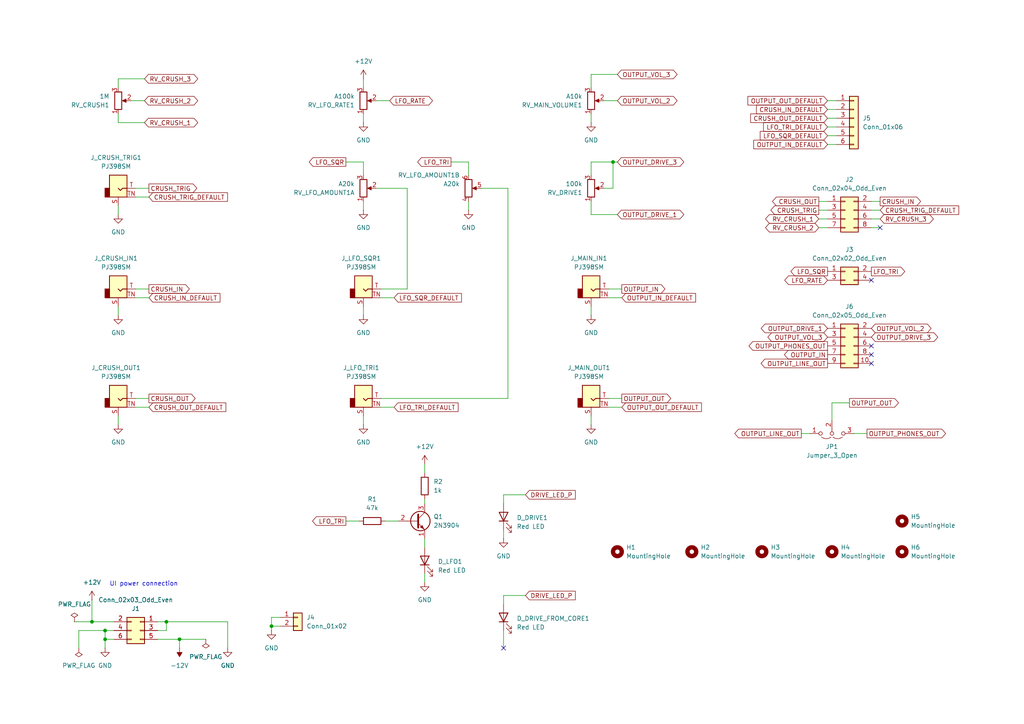
<source format=kicad_sch>
(kicad_sch (version 20250114) (generator "eeschema") (generator_version "9.0")
  (paper "A4")
  (title_block (title "Hog Moduleur Sidechain Mixer UI") (date "2025-07-06") (rev "v0.1") (company "Shmøergh"))
  (lib_symbols
    (symbol "Connector_Generic:Conn_01x02" (pin_names (offset 1.016) (hide yes))
      (property "Reference" "J" (at 0 2.54 0))
      (property "Value" "Conn_01x02" (at 0 -5.08 0))
      (symbol "Conn_01x02_1_1"
        (rectangle (start -1.27 1.27) (end 1.27 -3.81) (stroke (width 0.254)) (fill (type background)))
        (rectangle (start -1.27 0.127) (end 0 -0.127) (stroke (width 0.1524)))
        (rectangle (start -1.27 -2.413) (end 0 -2.667) (stroke (width 0.1524)))
        (pin passive line (at -5.08 0 0) (length 3.81) (name "Pin_1") (number "1"))
        (pin passive line (at -5.08 -2.54 0) (length 3.81) (name "Pin_2") (number "2"))
      )
    )
    (symbol "Connector_Generic:Conn_01x06" (pin_names (offset 1.016) (hide yes))
      (property "Reference" "J" (at 0 7.62 0))
      (property "Value" "Conn_01x06" (at 0 -10.16 0))
      (symbol "Conn_01x06_1_1"
        (rectangle (start -1.27 6.35) (end 1.27 -8.89) (stroke (width 0.254)) (fill (type background)))
        (rectangle (start -1.27 5.207) (end 0 4.953) (stroke (width 0.1524)))
        (rectangle (start -1.27 2.667) (end 0 2.413) (stroke (width 0.1524)))
        (rectangle (start -1.27 0.127) (end 0 -0.127) (stroke (width 0.1524)))
        (rectangle (start -1.27 -2.413) (end 0 -2.667) (stroke (width 0.1524)))
        (rectangle (start -1.27 -4.953) (end 0 -5.207) (stroke (width 0.1524)))
        (rectangle (start -1.27 -7.493) (end 0 -7.747) (stroke (width 0.1524)))
        (pin passive line (at -5.08 5.08 0) (length 3.81) (name "Pin_1") (number "1"))
        (pin passive line (at -5.08 2.54 0) (length 3.81) (name "Pin_2") (number "2"))
        (pin passive line (at -5.08 0 0) (length 3.81) (name "Pin_3") (number "3"))
        (pin passive line (at -5.08 -2.54 0) (length 3.81) (name "Pin_4") (number "4"))
        (pin passive line (at -5.08 -5.08 0) (length 3.81) (name "Pin_5") (number "5"))
        (pin passive line (at -5.08 -7.62 0) (length 3.81) (name "Pin_6") (number "6"))
      )
    )
    (symbol "Connector_Generic:Conn_02x02_Odd_Even" (pin_names (offset 1.016) (hide yes))
      (property "Reference" "J" (at 1.27 2.54 0))
      (property "Value" "Conn_02x02_Odd_Even" (at 1.27 -5.08 0))
      (symbol "Conn_02x02_Odd_Even_1_1"
        (rectangle (start -1.27 1.27) (end 3.81 -3.81) (stroke (width 0.254)) (fill (type background)))
        (rectangle (start -1.27 0.127) (end 0 -0.127) (stroke (width 0.1524)))
        (rectangle (start -1.27 -2.413) (end 0 -2.667) (stroke (width 0.1524)))
        (rectangle (start 3.81 0.127) (end 2.54 -0.127) (stroke (width 0.1524)))
        (rectangle (start 3.81 -2.413) (end 2.54 -2.667) (stroke (width 0.1524)))
        (pin passive line (at -5.08 0 0) (length 3.81) (name "Pin_1") (number "1"))
        (pin passive line (at -5.08 -2.54 0) (length 3.81) (name "Pin_3") (number "3"))
        (pin passive line (at 7.62 0 180) (length 3.81) (name "Pin_2") (number "2"))
        (pin passive line (at 7.62 -2.54 180) (length 3.81) (name "Pin_4") (number "4"))
      )
    )
    (symbol "Connector_Generic:Conn_02x03_Odd_Even" (pin_names (offset 1.016) (hide yes))
      (property "Reference" "J" (at 1.27 5.08 0))
      (property "Value" "Conn_02x03_Odd_Even" (at 1.27 -5.08 0))
      (symbol "Conn_02x03_Odd_Even_1_1"
        (rectangle (start -1.27 3.81) (end 3.81 -3.81) (stroke (width 0.254)) (fill (type background)))
        (rectangle (start -1.27 2.667) (end 0 2.413) (stroke (width 0.1524)))
        (rectangle (start -1.27 0.127) (end 0 -0.127) (stroke (width 0.1524)))
        (rectangle (start -1.27 -2.413) (end 0 -2.667) (stroke (width 0.1524)))
        (rectangle (start 3.81 2.667) (end 2.54 2.413) (stroke (width 0.1524)))
        (rectangle (start 3.81 0.127) (end 2.54 -0.127) (stroke (width 0.1524)))
        (rectangle (start 3.81 -2.413) (end 2.54 -2.667) (stroke (width 0.1524)))
        (pin passive line (at -5.08 2.54 0) (length 3.81) (name "Pin_1") (number "1"))
        (pin passive line (at -5.08 0 0) (length 3.81) (name "Pin_3") (number "3"))
        (pin passive line (at -5.08 -2.54 0) (length 3.81) (name "Pin_5") (number "5"))
        (pin passive line (at 7.62 2.54 180) (length 3.81) (name "Pin_2") (number "2"))
        (pin passive line (at 7.62 0 180) (length 3.81) (name "Pin_4") (number "4"))
        (pin passive line (at 7.62 -2.54 180) (length 3.81) (name "Pin_6") (number "6"))
      )
    )
    (symbol "Connector_Generic:Conn_02x04_Odd_Even" (pin_names (offset 1.016) (hide yes))
      (property "Reference" "J" (at 1.27 5.08 0))
      (property "Value" "Conn_02x04_Odd_Even" (at 1.27 -7.62 0))
      (symbol "Conn_02x04_Odd_Even_1_1"
        (rectangle (start -1.27 3.81) (end 3.81 -6.35) (stroke (width 0.254)) (fill (type background)))
        (rectangle (start -1.27 2.667) (end 0 2.413) (stroke (width 0.1524)))
        (rectangle (start -1.27 0.127) (end 0 -0.127) (stroke (width 0.1524)))
        (rectangle (start -1.27 -2.413) (end 0 -2.667) (stroke (width 0.1524)))
        (rectangle (start -1.27 -4.953) (end 0 -5.207) (stroke (width 0.1524)))
        (rectangle (start 3.81 2.667) (end 2.54 2.413) (stroke (width 0.1524)))
        (rectangle (start 3.81 0.127) (end 2.54 -0.127) (stroke (width 0.1524)))
        (rectangle (start 3.81 -2.413) (end 2.54 -2.667) (stroke (width 0.1524)))
        (rectangle (start 3.81 -4.953) (end 2.54 -5.207) (stroke (width 0.1524)))
        (pin passive line (at -5.08 2.54 0) (length 3.81) (name "Pin_1") (number "1"))
        (pin passive line (at -5.08 0 0) (length 3.81) (name "Pin_3") (number "3"))
        (pin passive line (at -5.08 -2.54 0) (length 3.81) (name "Pin_5") (number "5"))
        (pin passive line (at -5.08 -5.08 0) (length 3.81) (name "Pin_7") (number "7"))
        (pin passive line (at 7.62 2.54 180) (length 3.81) (name "Pin_2") (number "2"))
        (pin passive line (at 7.62 0 180) (length 3.81) (name "Pin_4") (number "4"))
        (pin passive line (at 7.62 -2.54 180) (length 3.81) (name "Pin_6") (number "6"))
        (pin passive line (at 7.62 -5.08 180) (length 3.81) (name "Pin_8") (number "8"))
      )
    )
    (symbol "Connector_Generic:Conn_02x05_Odd_Even" (pin_names (offset 1.016) (hide yes))
      (property "Reference" "J" (at 1.27 7.62 0))
      (property "Value" "Conn_02x05_Odd_Even" (at 1.27 -7.62 0))
      (symbol "Conn_02x05_Odd_Even_1_1"
        (rectangle (start -1.27 6.35) (end 3.81 -6.35) (stroke (width 0.254)) (fill (type background)))
        (rectangle (start -1.27 5.207) (end 0 4.953) (stroke (width 0.1524)))
        (rectangle (start -1.27 2.667) (end 0 2.413) (stroke (width 0.1524)))
        (rectangle (start -1.27 0.127) (end 0 -0.127) (stroke (width 0.1524)))
        (rectangle (start -1.27 -2.413) (end 0 -2.667) (stroke (width 0.1524)))
        (rectangle (start -1.27 -4.953) (end 0 -5.207) (stroke (width 0.1524)))
        (rectangle (start 3.81 5.207) (end 2.54 4.953) (stroke (width 0.1524)))
        (rectangle (start 3.81 2.667) (end 2.54 2.413) (stroke (width 0.1524)))
        (rectangle (start 3.81 0.127) (end 2.54 -0.127) (stroke (width 0.1524)))
        (rectangle (start 3.81 -2.413) (end 2.54 -2.667) (stroke (width 0.1524)))
        (rectangle (start 3.81 -4.953) (end 2.54 -5.207) (stroke (width 0.1524)))
        (pin passive line (at -5.08 5.08 0) (length 3.81) (name "Pin_1") (number "1"))
        (pin passive line (at -5.08 2.54 0) (length 3.81) (name "Pin_3") (number "3"))
        (pin passive line (at -5.08 0 0) (length 3.81) (name "Pin_5") (number "5"))
        (pin passive line (at -5.08 -2.54 0) (length 3.81) (name "Pin_7") (number "7"))
        (pin passive line (at -5.08 -5.08 0) (length 3.81) (name "Pin_9") (number "9"))
        (pin passive line (at 7.62 5.08 180) (length 3.81) (name "Pin_2") (number "2"))
        (pin passive line (at 7.62 2.54 180) (length 3.81) (name "Pin_4") (number "4"))
        (pin passive line (at 7.62 0 180) (length 3.81) (name "Pin_6") (number "6"))
        (pin passive line (at 7.62 -2.54 180) (length 3.81) (name "Pin_8") (number "8"))
        (pin passive line (at 7.62 -5.08 180) (length 3.81) (name "Pin_10") (number "10"))
      )
    )
    (symbol "Device:LED" (pin_numbers (hide yes)) (pin_names (offset 1.016) (hide yes))
      (property "Reference" "D" (at 0 2.54 0))
      (property "Value" "LED" (at 0 -2.54 0))
      (symbol "LED_0_1"
        (polyline (pts (xy -3.048 -0.762) (xy -4.572 -2.286) (xy -3.81 -2.286) (xy -4.572 -2.286) (xy -4.572 -1.524)))
        (polyline (pts (xy -1.778 -0.762) (xy -3.302 -2.286) (xy -2.54 -2.286) (xy -3.302 -2.286) (xy -3.302 -1.524)))
        (polyline (pts (xy -1.27 0) (xy 1.27 0)))
        (polyline (pts (xy -1.27 -1.27) (xy -1.27 1.27)) (stroke (width 0.254)))
        (polyline (pts (xy 1.27 -1.27) (xy 1.27 1.27) (xy -1.27 0) (xy 1.27 -1.27)) (stroke (width 0.254)))
      )
      (symbol "LED_1_1"
        (pin passive line (at -3.81 0 0) (length 2.54) (name "K") (number "1"))
        (pin passive line (at 3.81 0 180) (length 2.54) (name "A") (number "2"))
      )
    )
    (symbol "Device:R" (pin_numbers (hide yes)) (pin_names (offset 0))
      (property "Reference" "R" (at 2.032 0 90))
      (property "Value" "R" (at 0 0 90))
      (symbol "R_0_1"
        (rectangle (start -1.016 -2.54) (end 1.016 2.54) (stroke (width 0.254)))
      )
      (symbol "R_1_1"
        (pin passive line (at 0 3.81 270) (length 1.27) (name "~") (number "1"))
        (pin passive line (at 0 -3.81 90) (length 1.27) (name "~") (number "2"))
      )
    )
    (symbol "Device:R_Potentiometer" (pin_names (offset 1.016) (hide yes))
      (property "Reference" "RV" (at -4.445 0 90))
      (property "Value" "R_Potentiometer" (at -2.54 0 90))
      (symbol "R_Potentiometer_0_1"
        (rectangle (start 1.016 2.54) (end -1.016 -2.54) (stroke (width 0.254)))
        (polyline (pts (xy 1.143 0) (xy 2.286 0.508) (xy 2.286 -0.508) (xy 1.143 0)) (fill (type outline)))
        (polyline (pts (xy 2.54 0) (xy 1.524 0)))
      )
      (symbol "R_Potentiometer_1_1"
        (pin passive line (at 0 3.81 270) (length 1.27) (name "1") (number "1"))
        (pin passive line (at 0 -3.81 90) (length 1.27) (name "3") (number "3"))
        (pin passive line (at 3.81 0 180) (length 1.27) (name "2") (number "2"))
      )
    )
    (symbol "Device:R_Potentiometer_Dual_Separate" (pin_names (offset 1.016) (hide yes))
      (property "Reference" "RV" (at -4.445 0 90))
      (property "Value" "R_Potentiometer_Dual_Separate" (at -2.54 0 90))
      (symbol "R_Potentiometer_Dual_Separate_0_1"
        (rectangle (start 1.016 2.54) (end -1.016 -2.54) (stroke (width 0.254)))
        (polyline (pts (xy 1.143 0) (xy 2.286 0.508) (xy 2.286 -0.508) (xy 1.143 0)) (fill (type outline)))
        (polyline (pts (xy 2.54 0) (xy 1.524 0)))
      )
      (symbol "R_Potentiometer_Dual_Separate_1_1"
        (pin passive line (at 0 3.81 270) (length 1.27) (name "1") (number "1"))
        (pin passive line (at 0 -3.81 90) (length 1.27) (name "3") (number "3"))
        (pin passive line (at 3.81 0 180) (length 1.27) (name "2") (number "2"))
      )
      (symbol "R_Potentiometer_Dual_Separate_2_1"
        (pin passive line (at 0 3.81 270) (length 1.27) (name "4") (number "4"))
        (pin passive line (at 0 -3.81 90) (length 1.27) (name "6") (number "6"))
        (pin passive line (at 3.81 0 180) (length 1.27) (name "5") (number "5"))
      )
    )
    (symbol "Jumper:Jumper_3_Open" (pin_names (offset 0) (hide yes)) (in_bom no)
      (property "Reference" "JP" (at -2.54 -2.54 0))
      (property "Value" "Jumper_3_Open" (at 0 2.794 0))
      (symbol "Jumper_3_Open_0_0"
        (circle (center -3.302 0) (radius 0.508))
        (circle (center 0 0) (radius 0.508))
        (circle (center 3.302 0) (radius 0.508))
      )
      (symbol "Jumper_3_Open_0_1"
        (arc (start -3.048 1.016) (mid -1.651 1.4992) (end -0.254 1.016))
        (polyline (pts (xy 0 -0.508) (xy 0 -1.27)))
        (arc (start 0.254 1.016) (mid 1.651 1.4992) (end 3.048 1.016))
      )
      (symbol "Jumper_3_Open_1_1"
        (pin passive line (at -6.35 0 0) (length 2.54) (name "A") (number "1"))
        (pin passive line (at 0 -3.81 90) (length 2.54) (name "C") (number "2"))
        (pin passive line (at 6.35 0 180) (length 2.54) (name "B") (number "3"))
      )
    )
    (symbol "Mechanical:MountingHole" (pin_names (offset 1.016)) (in_bom no)
      (property "Reference" "H" (at 0 5.08 0))
      (property "Value" "MountingHole" (at 0 3.175 0))
      (symbol "MountingHole_0_1"
        (circle (center 0 0) (radius 1.27) (stroke (width 1.27)))
      )
    )
    (symbol "Shmoergh-Custom-Components:AudioJack2_Thonkiconn_S"
      (property "Reference" "J" (at 0 8.89 0))
      (property "Value" "AudioJack2_Thonkiconn" (at 0 6.35 0))
      (symbol "AudioJack2_Thonkiconn_S_0_1"
        (rectangle (start -2.54 -2.54) (end -3.81 0) (stroke (width 0.254)) (fill (type outline)))
        (polyline (pts (xy 0 0) (xy 0.635 -0.635) (xy 1.27 0) (xy 2.54 0)) (stroke (width 0.254)))
        (rectangle (start 2.54 3.81) (end -2.54 -2.54) (stroke (width 0.254)) (fill (type background)))
      )
      (symbol "AudioJack2_Thonkiconn_S_1_1"
        (pin passive line (at 0 -5.08 90) (length 2.54) (name "~") (number "S"))
        (pin bidirectional line (at 5.08 0 180) (length 2.54) (name "~") (number "T"))
        (pin passive line (at 5.08 -2.54 180) (length 2.54) (name "~") (number "TN"))
      )
    )
    (symbol "Transistor_BJT:2N3904" (pin_names (offset 0) (hide yes))
      (property "Reference" "Q" (at 5.08 1.905 0))
      (property "Value" "2N3904" (at 5.08 0 0))
      (symbol "2N3904_0_1"
        (polyline (pts (xy -2.54 0) (xy 0.635 0)))
        (polyline (pts (xy 0.635 1.905) (xy 0.635 -1.905)) (stroke (width 0.508)))
        (circle (center 1.27 0) (radius 2.8194) (stroke (width 0.254)))
      )
      (symbol "2N3904_1_1"
        (polyline (pts (xy 0.635 0.635) (xy 2.54 2.54)))
        (polyline (pts (xy 0.635 -0.635) (xy 2.54 -2.54)))
        (polyline (pts (xy 1.27 -1.778) (xy 1.778 -1.27) (xy 2.286 -2.286) (xy 1.27 -1.778)) (fill (type outline)))
        (pin input line (at -5.08 0 0) (length 2.54) (name "B") (number "2"))
        (pin passive line (at 2.54 5.08 270) (length 2.54) (name "C") (number "3"))
        (pin passive line (at 2.54 -5.08 90) (length 2.54) (name "E") (number "1"))
      )
    )
    (symbol "power:+12V" (power) (pin_numbers (hide yes)) (pin_names (offset 0) (hide yes))
      (property "Value" "+12V" (at 0 3.556 0))
      (symbol "+12V_0_1"
        (polyline (pts (xy -0.762 1.27) (xy 0 2.54)))
        (polyline (pts (xy 0 2.54) (xy 0.762 1.27)))
        (polyline (pts (xy 0 0) (xy 0 2.54)))
      )
      (symbol "+12V_1_1"
        (pin power_in line (at 0 0 90) (length 0) (name "~") (number "1"))
      )
    )
    (symbol "power:-12V" (power) (pin_numbers (hide yes)) (pin_names (offset 0) (hide yes))
      (property "Value" "-12V" (at 0 3.556 0))
      (symbol "-12V_0_0"
        (pin power_in line (at 0 0 90) (length 0) (name "~") (number "1"))
      )
      (symbol "-12V_0_1"
        (polyline (pts (xy 0 0) (xy 0 1.27) (xy 0.762 1.27) (xy 0 2.54) (xy -0.762 1.27) (xy 0 1.27)) (fill (type outline)))
      )
    )
    (symbol "power:GND" (power) (pin_numbers (hide yes)) (pin_names (offset 0) (hide yes))
      (property "Value" "GND" (at 0 -3.81 0))
      (symbol "GND_0_1"
        (polyline (pts (xy 0 0) (xy 0 -1.27) (xy 1.27 -1.27) (xy 0 -2.54) (xy -1.27 -1.27) (xy 0 -1.27)))
      )
      (symbol "GND_1_1"
        (pin power_in line (at 0 0 270) (length 0) (name "~") (number "1"))
      )
    )
    (symbol "power:PWR_FLAG" (power) (pin_numbers (hide yes)) (pin_names (offset 0) (hide yes))
      (property "Value" "PWR_FLAG" (at 0 3.81 0))
      (symbol "PWR_FLAG_0_0"
        (pin power_out line (at 0 0 90) (length 0) (name "~") (number "1"))
      )
      (symbol "PWR_FLAG_0_1"
        (polyline (pts (xy 0 0) (xy 0 1.27) (xy -1.016 1.905) (xy 0 2.54) (xy 1.016 1.905) (xy 0 1.27)))
      )
    )
  )
  (text "UI power connection" (at 31.75 170.18 0) (effects (font (size 1.27 1.27)) (justify left bottom)))
  (junction (at 177.8 46.99))
  (junction (at 78.74 181.61))
  (junction (at 30.48 182.88))
  (junction (at 52.07 185.42))
  (junction (at 48.26 180.34))
  (junction (at 26.67 180.34))
  (junction (at 30.48 185.42))
  (no_connect (at 146.05 187.96))
  (no_connect (at 252.73 81.28))
  (no_connect (at 255.27 66.04))
  (no_connect (at 252.73 102.87))
  (no_connect (at 252.73 105.41))
  (no_connect (at 252.73 100.33))
  (wire (pts (xy 246.38 116.84) (xy 241.3 116.84)))
  (wire (pts (xy 114.3 86.36) (xy 110.49 86.36)))
  (wire (pts (xy 255.27 60.96) (xy 252.73 60.96)))
  (wire (pts (xy 52.07 187.96) (xy 52.07 185.42)))
  (wire (pts (xy 237.49 58.42) (xy 240.03 58.42)))
  (wire (pts (xy 105.41 22.86) (xy 105.41 25.4)))
  (wire (pts (xy 123.19 168.91) (xy 123.19 166.37)))
  (wire (pts (xy 237.49 66.04) (xy 240.03 66.04)))
  (wire (pts (xy 123.19 144.78) (xy 123.19 146.05)))
  (wire (pts (xy 43.18 118.11) (xy 39.37 118.11)))
  (wire (pts (xy 59.69 185.42) (xy 52.07 185.42)))
  (wire (pts (xy 135.89 58.42) (xy 135.89 60.96)))
  (wire (pts (xy 100.33 46.99) (xy 105.41 46.99)))
  (wire (pts (xy 45.72 185.42) (xy 52.07 185.42)))
  (wire (pts (xy 39.37 83.82) (xy 43.18 83.82)))
  (wire (pts (xy 240.03 41.91) (xy 242.57 41.91)))
  (wire (pts (xy 237.49 63.5) (xy 240.03 63.5)))
  (wire (pts (xy 171.45 62.23) (xy 171.45 58.42)))
  (wire (pts (xy 105.41 58.42) (xy 105.41 60.96)))
  (wire (pts (xy 78.74 181.61) (xy 81.28 181.61)))
  (wire (pts (xy 34.29 22.86) (xy 34.29 25.4)))
  (wire (pts (xy 43.18 57.15) (xy 39.37 57.15)))
  (wire (pts (xy 176.53 115.57) (xy 180.34 115.57)))
  (wire (pts (xy 123.19 158.75) (xy 123.19 156.21)))
  (wire (pts (xy 26.67 180.34) (xy 33.02 180.34)))
  (wire (pts (xy 39.37 54.61) (xy 43.18 54.61)))
  (wire (pts (xy 240.03 31.75) (xy 242.57 31.75)))
  (wire (pts (xy 255.27 58.42) (xy 252.73 58.42)))
  (wire (pts (xy 100.33 151.13) (xy 104.14 151.13)))
  (wire (pts (xy 147.32 54.61) (xy 147.32 115.57)))
  (wire (pts (xy 81.28 179.07) (xy 78.74 179.07)))
  (wire (pts (xy 43.18 86.36) (xy 39.37 86.36)))
  (wire (pts (xy 105.41 88.9) (xy 105.41 91.44)))
  (wire (pts (xy 111.76 151.13) (xy 115.57 151.13)))
  (wire (pts (xy 171.45 120.65) (xy 171.45 123.19)))
  (wire (pts (xy 105.41 46.99) (xy 105.41 50.8)))
  (wire (pts (xy 114.3 118.11) (xy 110.49 118.11)))
  (wire (pts (xy 105.41 120.65) (xy 105.41 123.19)))
  (wire (pts (xy 240.03 36.83) (xy 242.57 36.83)))
  (wire (pts (xy 109.22 29.21) (xy 113.03 29.21)))
  (wire (pts (xy 171.45 88.9) (xy 171.45 91.44)))
  (wire (pts (xy 109.22 54.61) (xy 118.11 54.61)))
  (wire (pts (xy 78.74 179.07) (xy 78.74 181.61)))
  (wire (pts (xy 39.37 115.57) (xy 43.18 115.57)))
  (wire (pts (xy 26.67 173.99) (xy 26.67 180.34)))
  (wire (pts (xy 110.49 115.57) (xy 147.32 115.57)))
  (wire (pts (xy 176.53 83.82) (xy 180.34 83.82)))
  (wire (pts (xy 34.29 35.56) (xy 34.29 33.02)))
  (wire (pts (xy 139.7 54.61) (xy 147.32 54.61)))
  (wire (pts (xy 255.27 66.04) (xy 252.73 66.04)))
  (wire (pts (xy 48.26 180.34) (xy 45.72 180.34)))
  (wire (pts (xy 21.59 180.34) (xy 26.67 180.34)))
  (wire (pts (xy 146.05 143.51) (xy 146.05 146.05)))
  (wire (pts (xy 255.27 63.5) (xy 252.73 63.5)))
  (wire (pts (xy 22.86 182.88) (xy 30.48 182.88)))
  (wire (pts (xy 123.19 134.62) (xy 123.19 137.16)))
  (wire (pts (xy 110.49 83.82) (xy 118.11 83.82)))
  (wire (pts (xy 179.07 29.21) (xy 175.26 29.21)))
  (wire (pts (xy 41.91 22.86) (xy 34.29 22.86)))
  (wire (pts (xy 179.07 46.99) (xy 177.8 46.99)))
  (wire (pts (xy 66.04 187.96) (xy 66.04 180.34)))
  (wire (pts (xy 240.03 34.29) (xy 242.57 34.29)))
  (wire (pts (xy 48.26 182.88) (xy 48.26 180.34)))
  (wire (pts (xy 146.05 156.21) (xy 146.05 153.67)))
  (wire (pts (xy 240.03 39.37) (xy 242.57 39.37)))
  (wire (pts (xy 38.1 29.21) (xy 41.91 29.21)))
  (wire (pts (xy 240.03 29.21) (xy 242.57 29.21)))
  (wire (pts (xy 180.34 86.36) (xy 176.53 86.36)))
  (wire (pts (xy 33.02 185.42) (xy 30.48 185.42)))
  (wire (pts (xy 171.45 46.99) (xy 171.45 50.8)))
  (wire (pts (xy 179.07 21.59) (xy 171.45 21.59)))
  (wire (pts (xy 34.29 59.69) (xy 34.29 62.23)))
  (wire (pts (xy 171.45 21.59) (xy 171.45 25.4)))
  (wire (pts (xy 237.49 60.96) (xy 240.03 60.96)))
  (wire (pts (xy 41.91 35.56) (xy 34.29 35.56)))
  (wire (pts (xy 66.04 180.34) (xy 48.26 180.34)))
  (wire (pts (xy 179.07 62.23) (xy 171.45 62.23)))
  (wire (pts (xy 30.48 182.88) (xy 33.02 182.88)))
  (wire (pts (xy 175.26 54.61) (xy 177.8 54.61)))
  (wire (pts (xy 34.29 120.65) (xy 34.29 123.19)))
  (wire (pts (xy 105.41 33.02) (xy 105.41 35.56)))
  (wire (pts (xy 171.45 35.56) (xy 171.45 33.02)))
  (wire (pts (xy 146.05 172.72) (xy 152.4 172.72)))
  (wire (pts (xy 30.48 185.42) (xy 30.48 182.88)))
  (wire (pts (xy 177.8 54.61) (xy 177.8 46.99)))
  (wire (pts (xy 22.86 187.96) (xy 22.86 182.88)))
  (wire (pts (xy 118.11 54.61) (xy 118.11 83.82)))
  (wire (pts (xy 247.65 125.73) (xy 251.46 125.73)))
  (wire (pts (xy 78.74 181.61) (xy 78.74 182.88)))
  (wire (pts (xy 30.48 187.96) (xy 30.48 185.42)))
  (wire (pts (xy 180.34 118.11) (xy 176.53 118.11)))
  (wire (pts (xy 45.72 182.88) (xy 48.26 182.88)))
  (wire (pts (xy 146.05 187.96) (xy 146.05 182.88)))
  (wire (pts (xy 177.8 46.99) (xy 171.45 46.99)))
  (wire (pts (xy 146.05 143.51) (xy 152.4 143.51)))
  (wire (pts (xy 135.89 46.99) (xy 135.89 50.8)))
  (wire (pts (xy 232.41 125.73) (xy 234.95 125.73)))
  (wire (pts (xy 241.3 116.84) (xy 241.3 121.92)))
  (wire (pts (xy 34.29 88.9) (xy 34.29 91.44)))
  (wire (pts (xy 130.81 46.99) (xy 135.89 46.99)))
  (wire (pts (xy 146.05 172.72) (xy 146.05 175.26)))
  (global_label "OUTPUT_OUT_DEFAULT" (shape input) (at 240.03 29.21 180) (property "Intersheetrefs" "${INTERSHEET_REFS}" (effects (hide yes))))
  (global_label "LFO_SQR_DEFAULT" (shape input) (at 240.03 39.37 180) (property "Intersheetrefs" "${INTERSHEET_REFS}" (effects (hide yes))))
  (global_label "RV_CRUSH_1" (shape bidirectional) (at 41.91 35.56 0) (property "Intersheetrefs" "${INTERSHEET_REFS}" (effects (hide yes))))
  (global_label "OUTPUT_DRIVE_1" (shape bidirectional) (at 240.03 95.25 180) (property "Intersheetrefs" "${INTERSHEET_REFS}" (effects (hide yes))))
  (global_label "LFO_TRI" (shape output) (at 252.73 78.74 0) (property "Intersheetrefs" "${INTERSHEET_REFS}" (effects (hide yes))))
  (global_label "OUTPUT_OUT" (shape output) (at 180.34 115.57 0) (property "Intersheetrefs" "${INTERSHEET_REFS}" (effects (hide yes))))
  (global_label "RV_CRUSH_3" (shape bidirectional) (at 255.27 63.5 0) (property "Intersheetrefs" "${INTERSHEET_REFS}" (effects (hide yes))))
  (global_label "OUTPUT_VOL_2" (shape bidirectional) (at 252.73 95.25 0) (property "Intersheetrefs" "${INTERSHEET_REFS}" (effects (hide yes))))
  (global_label "CRUSH_TRIG_DEFAULT" (shape input) (at 255.27 60.96 0) (property "Intersheetrefs" "${INTERSHEET_REFS}" (effects (hide yes))))
  (global_label "CRUSH_OUT_DEFAULT" (shape input) (at 240.03 34.29 180) (property "Intersheetrefs" "${INTERSHEET_REFS}" (effects (hide yes))))
  (global_label "CRUSH_TRIG" (shape output) (at 237.49 60.96 180) (property "Intersheetrefs" "${INTERSHEET_REFS}" (effects (hide yes))))
  (global_label "RV_CRUSH_2" (shape bidirectional) (at 237.49 66.04 180) (property "Intersheetrefs" "${INTERSHEET_REFS}" (effects (hide yes))))
  (global_label "OUTPUT_PHONES_OUT" (shape output) (at 240.03 100.33 180) (property "Intersheetrefs" "${INTERSHEET_REFS}" (effects (hide yes))))
  (global_label "RV_CRUSH_2" (shape bidirectional) (at 41.91 29.21 0) (property "Intersheetrefs" "${INTERSHEET_REFS}" (effects (hide yes))))
  (global_label "LFO_RATE" (shape bidirectional) (at 240.03 81.28 180) (property "Intersheetrefs" "${INTERSHEET_REFS}" (effects (hide yes))))
  (global_label "CRUSH_IN_DEFAULT" (shape input) (at 43.18 86.36 0) (property "Intersheetrefs" "${INTERSHEET_REFS}" (effects (hide yes))))
  (global_label "LFO_TRI" (shape output) (at 100.33 151.13 180) (property "Intersheetrefs" "${INTERSHEET_REFS}" (effects (hide yes))))
  (global_label "OUTPUT_DRIVE_3" (shape bidirectional) (at 252.73 97.79 0) (property "Intersheetrefs" "${INTERSHEET_REFS}" (effects (hide yes))))
  (global_label "CRUSH_IN" (shape output) (at 43.18 83.82 0) (property "Intersheetrefs" "${INTERSHEET_REFS}" (effects (hide yes))))
  (global_label "DRIVE_LED_P" (shape input) (at 152.4 172.72 0) (property "Intersheetrefs" "${INTERSHEET_REFS}" (effects (hide yes))))
  (global_label "LFO_TRI_DEFAULT" (shape input) (at 240.03 36.83 180) (property "Intersheetrefs" "${INTERSHEET_REFS}" (effects (hide yes))))
  (global_label "OUTPUT_IN" (shape output) (at 240.03 102.87 180) (property "Intersheetrefs" "${INTERSHEET_REFS}" (effects (hide yes))))
  (global_label "OUTPUT_LINE_OUT" (shape output) (at 240.03 105.41 180) (property "Intersheetrefs" "${INTERSHEET_REFS}" (effects (hide yes))))
  (global_label "OUTPUT_IN_DEFAULT" (shape input) (at 240.03 41.91 180) (property "Intersheetrefs" "${INTERSHEET_REFS}" (effects (hide yes))))
  (global_label "CRUSH_IN" (shape output) (at 255.27 58.42 0) (property "Intersheetrefs" "${INTERSHEET_REFS}" (effects (hide yes))))
  (global_label "LFO_SQR" (shape output) (at 240.03 78.74 180) (property "Intersheetrefs" "${INTERSHEET_REFS}" (effects (hide yes))))
  (global_label "OUTPUT_OUT" (shape output) (at 246.38 116.84 0) (property "Intersheetrefs" "${INTERSHEET_REFS}" (effects (hide yes))))
  (global_label "LFO_SQR_DEFAULT" (shape input) (at 114.3 86.36 0) (property "Intersheetrefs" "${INTERSHEET_REFS}" (effects (hide yes))))
  (global_label "RV_CRUSH_3" (shape bidirectional) (at 41.91 22.86 0) (property "Intersheetrefs" "${INTERSHEET_REFS}" (effects (hide yes))))
  (global_label "OUTPUT_DRIVE_1" (shape bidirectional) (at 179.07 62.23 0) (property "Intersheetrefs" "${INTERSHEET_REFS}" (effects (hide yes))))
  (global_label "CRUSH_TRIG" (shape output) (at 43.18 54.61 0) (property "Intersheetrefs" "${INTERSHEET_REFS}" (effects (hide yes))))
  (global_label "CRUSH_OUT_DEFAULT" (shape input) (at 43.18 118.11 0) (property "Intersheetrefs" "${INTERSHEET_REFS}" (effects (hide yes))))
  (global_label "CRUSH_TRIG_DEFAULT" (shape input) (at 43.18 57.15 0) (property "Intersheetrefs" "${INTERSHEET_REFS}" (effects (hide yes))))
  (global_label "LFO_TRI" (shape output) (at 130.81 46.99 180) (property "Intersheetrefs" "${INTERSHEET_REFS}" (effects (hide yes))))
  (global_label "OUTPUT_PHONES_OUT" (shape output) (at 251.46 125.73 0) (property "Intersheetrefs" "${INTERSHEET_REFS}" (effects (hide yes))))
  (global_label "OUTPUT_OUT_DEFAULT" (shape input) (at 180.34 118.11 0) (property "Intersheetrefs" "${INTERSHEET_REFS}" (effects (hide yes))))
  (global_label "CRUSH_OUT" (shape output) (at 237.49 58.42 180) (property "Intersheetrefs" "${INTERSHEET_REFS}" (effects (hide yes))))
  (global_label "OUTPUT_VOL_3" (shape bidirectional) (at 179.07 21.59 0) (property "Intersheetrefs" "${INTERSHEET_REFS}" (effects (hide yes))))
  (global_label "CRUSH_IN_DEFAULT" (shape input) (at 240.03 31.75 180) (property "Intersheetrefs" "${INTERSHEET_REFS}" (effects (hide yes))))
  (global_label "OUTPUT_DRIVE_3" (shape bidirectional) (at 179.07 46.99 0) (property "Intersheetrefs" "${INTERSHEET_REFS}" (effects (hide yes))))
  (global_label "RV_CRUSH_1" (shape bidirectional) (at 237.49 63.5 180) (property "Intersheetrefs" "${INTERSHEET_REFS}" (effects (hide yes))))
  (global_label "LFO_SQR" (shape output) (at 100.33 46.99 180) (property "Intersheetrefs" "${INTERSHEET_REFS}" (effects (hide yes))))
  (global_label "OUTPUT_VOL_3" (shape bidirectional) (at 240.03 97.79 180) (property "Intersheetrefs" "${INTERSHEET_REFS}" (effects (hide yes))))
  (global_label "LFO_RATE" (shape bidirectional) (at 113.03 29.21 0) (property "Intersheetrefs" "${INTERSHEET_REFS}" (effects (hide yes))))
  (global_label "DRIVE_LED_P" (shape input) (at 152.4 143.51 0) (property "Intersheetrefs" "${INTERSHEET_REFS}" (effects (hide yes))))
  (global_label "OUTPUT_IN" (shape output) (at 180.34 83.82 0) (property "Intersheetrefs" "${INTERSHEET_REFS}" (effects (hide yes))))
  (global_label "OUTPUT_LINE_OUT" (shape output) (at 232.41 125.73 180) (property "Intersheetrefs" "${INTERSHEET_REFS}" (effects (hide yes))))
  (global_label "OUTPUT_IN_DEFAULT" (shape input) (at 180.34 86.36 0) (property "Intersheetrefs" "${INTERSHEET_REFS}" (effects (hide yes))))
  (global_label "OUTPUT_VOL_2" (shape bidirectional) (at 179.07 29.21 0) (property "Intersheetrefs" "${INTERSHEET_REFS}" (effects (hide yes))))
  (global_label "CRUSH_OUT" (shape output) (at 43.18 115.57 0) (property "Intersheetrefs" "${INTERSHEET_REFS}" (effects (hide yes))))
  (global_label "LFO_TRI_DEFAULT" (shape input) (at 114.3 118.11 0) (property "Intersheetrefs" "${INTERSHEET_REFS}" (effects (hide yes))))
  (symbol (lib_id "power:+12V") (at 26.67 173.99 0) (unit 1)
    (property "Reference" "#PWR01" (effects (hide yes)))
    (property "Value" "+12V" (at 26.67 168.91 0))
    (property "Description" "Power symbol creates a global label with name \"+12V\"" (effects (hide yes)))
  )
  (symbol (lib_id "power:GND") (at 105.41 60.96 0) (unit 1)
    (property "Reference" "#PWR015" (effects (hide yes)))
    (property "Value" "GND" (at 105.41 66.04 0))
    (property "Description" "Power symbol creates a global label with name \"GND\" , ground" (effects (hide yes)))
  )
  (symbol (lib_id "power:+12V") (at 123.19 134.62 0) (unit 1)
    (property "Reference" "#PWR017" (effects (hide yes)))
    (property "Value" "+12V" (at 123.19 129.54 0))
    (property "Description" "Power symbol creates a global label with name \"+12V\"" (effects (hide yes)))
  )
  (symbol (lib_id "power:GND") (at 34.29 91.44 0) (unit 1)
    (property "Reference" "#PWR02" (effects (hide yes)))
    (property "Value" "GND" (at 34.29 96.52 0))
    (property "Description" "Power symbol creates a global label with name \"GND\" , ground" (effects (hide yes)))
  )
  (symbol (lib_id "Device:R_Potentiometer") (at 171.45 54.61 0) (mirror x) (unit 1)
    (property "Reference" "RV_DRIVE1" (at 168.91 55.8801 0) (effects (justify right)))
    (property "Value" "100k" (at 168.91 53.3401 0) (effects (justify right)))
    (property "Footprint" "Shmoergh_Custom_Footprints:Potentiometer_Bourns_Single-PTV09A" (effects (hide yes)))
    (property "Description" "Potentiometer" (effects (hide yes)))
    (property "Part URL" "https://mou.sr/4694GMU" (effects (hide yes)))
    (property "Vendor" "Mouser" (effects (hide yes)))
    (property "Part no." "652-PTV09A4025FB104" (effects (hide yes)))
  )
  (symbol (lib_id "Connector_Generic:Conn_02x02_Odd_Even") (at 245.11 78.74 0) (unit 1)
    (property "Reference" "J3" (at 246.38 72.39 0))
    (property "Value" "Conn_02x02_Odd_Even" (at 246.38 74.93 0))
    (property "Footprint" "Connector_PinSocket_2.54mm:PinSocket_2x02_P2.54mm_Vertical" (effects (hide yes)))
    (property "Description" "Generic connector, double row, 02x02, odd/even pin numbering scheme (row 1 odd numbers, row 2 even numbers), script generated (kicad-library-utils/schlib/autogen/connector/)" (effects (hide yes)))
  )
  (symbol (lib_id "power:GND") (at 171.45 35.56 0) (unit 1)
    (property "Reference" "#PWR014" (effects (hide yes)))
    (property "Value" "GND" (at 171.45 40.64 0))
    (property "Description" "Power symbol creates a global label with name \"GND\" , ground" (effects (hide yes)))
  )
  (symbol (lib_id "power:GND") (at 146.05 156.21 0) (unit 1)
    (property "Reference" "#PWR019" (effects (hide yes)))
    (property "Value" "GND" (at 146.05 161.29 0))
    (property "Description" "Power symbol creates a global label with name \"GND\" , ground" (effects (hide yes)))
  )
  (symbol (lib_id "Device:LED") (at 123.19 162.56 90) (unit 1)
    (property "Reference" "D_LFO1" (at 127 162.8774 90) (effects (justify right)))
    (property "Value" "Red LED" (at 127 165.4174 90) (effects (justify right)))
    (property "Footprint" "LED_THT:LED_D3.0mm" (effects (hide yes)))
    (property "Description" "Light emitting diode" (effects (hide yes)))
    (property "Sim.Pins" "1=K 2=A" (effects (hide yes)))
  )
  (symbol (lib_id "power:GND") (at 34.29 123.19 0) (unit 1)
    (property "Reference" "#PWR03" (effects (hide yes)))
    (property "Value" "GND" (at 34.29 128.27 0))
    (property "Description" "Power symbol creates a global label with name \"GND\" , ground" (effects (hide yes)))
  )
  (symbol (lib_id "power:-12V") (at 52.07 187.96 180) (unit 1)
    (property "Reference" "#PWR07" (effects (hide yes)))
    (property "Value" "-12V" (at 52.07 193.04 0))
    (property "Description" "Power symbol creates a global label with name \"-12V\"" (effects (hide yes)))
  )
  (symbol (lib_id "Shmoergh-Custom-Components:AudioJack2_Thonkiconn_S") (at 171.45 83.82 0) (unit 1)
    (property "Reference" "J_MAIN_IN1" (at 170.815 74.93 0))
    (property "Value" "PJ398SM" (at 170.815 77.47 0))
    (property "Footprint" "Shmoergh_Custom_Footprints:Jack_3.5mm_QingPu_WQP-PJ398SM_Vertical_CircularHoles" (effects (hide yes)))
    (property "Description" "Audio Jack, 2 Poles (Mono / TS), Grounded Sleeve" (effects (hide yes)))
    (property "Part URL" "https://www.thonk.co.uk/shop/thonkiconn/" (effects (hide yes)))
    (property "Vendor" "Thonk" (effects (hide yes)))
    (property "Part no." "PJ398SM" (effects (hide yes)))
  )
  (symbol (lib_id "Mechanical:MountingHole") (at 261.62 160.02 0) (unit 1) (in_bom no)
    (property "Reference" "H6" (at 264.16 158.7499 0) (effects (justify left)))
    (property "Value" "MountingHole" (at 264.16 161.2899 0) (effects (justify left)))
    (property "Footprint" "MountingHole:MountingHole_3.2mm_M3_DIN965_Pad" (effects (hide yes)))
    (property "Description" "Mounting Hole without connection" (effects (hide yes)))
    (property "Vendor" "-" (effects (hide yes)))
  )
  (symbol (lib_id "Connector_Generic:Conn_02x03_Odd_Even") (at 40.64 182.88 0) (mirror y) (unit 1)
    (property "Reference" "J1" (at 39.37 176.53 0))
    (property "Value" "Conn_02x03_Odd_Even" (at 39.37 173.99 0))
    (property "Footprint" "Connector_PinSocket_2.54mm:PinSocket_2x03_P2.54mm_Vertical" (effects (hide yes)))
    (property "Description" "Generic connector, double row, 02x03, odd/even pin numbering scheme (row 1 odd numbers, row 2 even numbers), script generated (kicad-library-utils/schlib/autogen/connector/)" (effects (hide yes)))
    (property "Part URL" "https://mou.sr/3GIDVEr" (effects (hide yes)))
    (property "Vendor" "Mouser" (effects (hide yes)))
    (property "Part no." "200-SSW10301TD" (effects (hide yes)))
  )
  (symbol (lib_id "power:GND") (at 34.29 62.23 0) (unit 1)
    (property "Reference" "#PWR010" (effects (hide yes)))
    (property "Value" "GND" (at 34.29 67.31 0))
    (property "Description" "Power symbol creates a global label with name \"GND\" , ground" (effects (hide yes)))
  )
  (symbol (lib_id "Shmoergh-Custom-Components:AudioJack2_Thonkiconn_S") (at 34.29 54.61 0) (unit 1)
    (property "Reference" "J_CRUSH_TRIG1" (at 33.655 45.72 0))
    (property "Value" "PJ398SM" (at 33.655 48.26 0))
    (property "Footprint" "Shmoergh_Custom_Footprints:Jack_3.5mm_QingPu_WQP-PJ398SM_Vertical_CircularHoles" (effects (hide yes)))
    (property "Description" "Audio Jack, 2 Poles (Mono / TS), Grounded Sleeve" (effects (hide yes)))
    (property "Part URL" "https://www.thonk.co.uk/shop/thonkiconn/" (effects (hide yes)))
    (property "Vendor" "Thonk" (effects (hide yes)))
    (property "Part no." "PJ398SM" (effects (hide yes)))
  )
  (symbol (lib_id "Mechanical:MountingHole") (at 200.66 160.02 0) (unit 1) (in_bom no)
    (property "Reference" "H2" (at 203.2 158.7499 0) (effects (justify left)))
    (property "Value" "MountingHole" (at 203.2 161.2899 0) (effects (justify left)))
    (property "Footprint" "MountingHole:MountingHole_3.2mm_M3_DIN965_Pad" (effects (hide yes)))
    (property "Description" "Mounting Hole without connection" (effects (hide yes)))
    (property "Vendor" "-" (effects (hide yes)))
  )
  (symbol (lib_id "power:GND") (at 105.41 123.19 0) (unit 1)
    (property "Reference" "#PWR06" (effects (hide yes)))
    (property "Value" "GND" (at 105.41 128.27 0))
    (property "Description" "Power symbol creates a global label with name \"GND\" , ground" (effects (hide yes)))
  )
  (symbol (lib_id "Device:R_Potentiometer") (at 171.45 29.21 0) (mirror x) (unit 1)
    (property "Reference" "RV_MAIN_VOLUME1" (at 168.91 30.4801 0) (effects (justify right)))
    (property "Value" "A10k" (at 168.91 27.9401 0) (effects (justify right)))
    (property "Footprint" "Shmoergh_Custom_Footprints:Potentiometer_Bourns_Single-PTV09A" (effects (hide yes)))
    (property "Description" "Potentiometer" (effects (hide yes)))
    (property "Part URL" "https://mou.sr/4694GMU" (effects (hide yes)))
    (property "Vendor" "Mouser" (effects (hide yes)))
    (property "Part no." "652-PTV09A4025FB104" (effects (hide yes)))
  )
  (symbol (lib_id "Device:R_Potentiometer_Dual_Separate") (at 135.89 54.61 0) (mirror x) (unit 2)
    (property "Reference" "RV_LFO_AMOUNT1" (at 133.35 50.8 0) (effects (justify right)))
    (property "Value" "A20k" (at 133.35 53.3401 0) (effects (justify right)))
    (property "Footprint" "Shmoergh_Custom_Footprints:Potentiometer_Bourns_Dual-PTV112-4" (effects (hide yes)))
    (property "Datasheet" "https://hu.mouser.com/ProductDetail/Bourns/PTV112-4425A-A203?qs=%252B9%2Fcbd0IE0TZlxUEy84P2Q%3D%3D" (effects (hide yes)))
    (property "Description" "Dual potentiometer, separate units" (effects (hide yes)))
    (property "Part No." "652-PTV1124425AA203" (effects (hide yes)))
    (property "Part URL" "https://mou.sr/3V1fyW7" (effects (hide yes)))
  )
  (symbol (lib_id "power:GND") (at 171.45 91.44 0) (unit 1)
    (property "Reference" "#PWR08" (effects (hide yes)))
    (property "Value" "GND" (at 171.45 96.52 0))
    (property "Description" "Power symbol creates a global label with name \"GND\" , ground" (effects (hide yes)))
  )
  (symbol (lib_id "power:GND") (at 105.41 35.56 0) (unit 1)
    (property "Reference" "#PWR013" (effects (hide yes)))
    (property "Value" "GND" (at 105.41 40.64 0))
    (property "Description" "Power symbol creates a global label with name \"GND\" , ground" (effects (hide yes)))
  )
  (symbol (lib_id "Connector_Generic:Conn_01x06") (at 247.65 34.29 0) (unit 1)
    (property "Reference" "J5" (at 250.19 34.2899 0) (effects (justify left)))
    (property "Value" "Conn_01x06" (at 250.19 36.8299 0) (effects (justify left)))
    (property "Footprint" "Connector_PinSocket_2.54mm:PinSocket_1x06_P2.54mm_Vertical" (effects (hide yes)))
    (property "Description" "Generic connector, single row, 01x06, script generated (kicad-library-utils/schlib/autogen/connector/)" (effects (hide yes)))
    (property "Part URL" "https://mou.sr/4lnf48h" (effects (hide yes)))
    (property "Vendor" "Mouser" (effects (hide yes)))
    (property "Part no." "200-SSW10601TS" (effects (hide yes)))
  )
  (symbol (lib_id "Connector_Generic:Conn_02x04_Odd_Even") (at 245.11 60.96 0) (unit 1)
    (property "Reference" "J2" (at 246.38 52.07 0))
    (property "Value" "Conn_02x04_Odd_Even" (at 246.38 54.61 0))
    (property "Footprint" "Connector_PinSocket_2.54mm:PinSocket_2x04_P2.54mm_Vertical" (effects (hide yes)))
    (property "Description" "Generic connector, double row, 02x04, odd/even pin numbering scheme (row 1 odd numbers, row 2 even numbers), script generated (kicad-library-utils/schlib/autogen/connector/)" (effects (hide yes)))
  )
  (symbol (lib_id "Mechanical:MountingHole") (at 179.07 160.02 0) (unit 1) (in_bom no)
    (property "Reference" "H1" (at 181.61 158.7499 0) (effects (justify left)))
    (property "Value" "MountingHole" (at 181.61 161.2899 0) (effects (justify left)))
    (property "Footprint" "MountingHole:MountingHole_3.2mm_M3_DIN965_Pad" (effects (hide yes)))
    (property "Description" "Mounting Hole without connection" (effects (hide yes)))
    (property "Vendor" "-" (effects (hide yes)))
  )
  (symbol (lib_id "power:PWR_FLAG") (at 21.59 180.34 0) (unit 1)
    (property "Reference" "#FLG01" (effects (hide yes)))
    (property "Value" "PWR_FLAG" (at 21.59 175.26 0))
    (property "Description" "Special symbol for telling ERC where power comes from" (effects (hide yes)))
  )
  (symbol (lib_id "Device:R_Potentiometer_Dual_Separate") (at 105.41 54.61 0) (mirror x) (unit 1)
    (property "Reference" "RV_LFO_AMOUNT1" (at 102.87 55.8801 0) (effects (justify right)))
    (property "Value" "A20k" (at 102.87 53.3401 0) (effects (justify right)))
    (property "Footprint" "Shmoergh_Custom_Footprints:Potentiometer_Bourns_Dual-PTV112-4" (effects (hide yes)))
    (property "Datasheet" "https://hu.mouser.com/ProductDetail/Bourns/PTV112-4425A-A203?qs=%252B9%2Fcbd0IE0TZlxUEy84P2Q%3D%3D" (effects (hide yes)))
    (property "Description" "Dual potentiometer, separate units" (effects (hide yes)))
    (property "Part No." "652-PTV1124425AA203" (effects (hide yes)))
    (property "Part URL" "https://mou.sr/3V1fyW7" (effects (hide yes)))
  )
  (symbol (lib_id "power:GND") (at 123.19 168.91 0) (unit 1)
    (property "Reference" "#PWR018" (effects (hide yes)))
    (property "Value" "GND" (at 123.19 173.99 0))
    (property "Description" "Power symbol creates a global label with name \"GND\" , ground" (effects (hide yes)))
  )
  (symbol (lib_id "Transistor_BJT:2N3904") (at 120.65 151.13 0) (unit 1)
    (property "Reference" "Q1" (at 125.73 149.8599 0) (effects (justify left)))
    (property "Value" "2N3904" (at 125.73 152.3999 0) (effects (justify left)))
    (property "Footprint" "Package_TO_SOT_THT:TO-92_Inline_Wide" (effects (hide yes)))
    (property "Datasheet" "https://www.onsemi.com/pub/Collateral/2N3903-D.PDF" (effects (hide yes)))
    (property "Description" "0.2A Ic, 40V Vce, Small Signal NPN Transistor, TO-92" (effects (hide yes)))
  )
  (symbol (lib_id "power:GND") (at 105.41 91.44 0) (unit 1)
    (property "Reference" "#PWR04" (effects (hide yes)))
    (property "Value" "GND" (at 105.41 96.52 0))
    (property "Description" "Power symbol creates a global label with name \"GND\" , ground" (effects (hide yes)))
  )
  (symbol (lib_id "power:GND") (at 66.04 187.96 0) (unit 1)
    (property "Reference" "#PWR09" (effects (hide yes)))
    (property "Value" "GND" (at 66.04 193.04 0))
    (property "Description" "Power symbol creates a global label with name \"GND\" , ground" (effects (hide yes)))
  )
  (symbol (lib_id "Shmoergh-Custom-Components:AudioJack2_Thonkiconn_S") (at 105.41 83.82 0) (unit 1)
    (property "Reference" "J_LFO_SQR1" (at 104.775 74.93 0))
    (property "Value" "PJ398SM" (at 104.775 77.47 0))
    (property "Footprint" "Shmoergh_Custom_Footprints:Jack_3.5mm_QingPu_WQP-PJ398SM_Vertical_CircularHoles" (effects (hide yes)))
    (property "Description" "Audio Jack, 2 Poles (Mono / TS), Grounded Sleeve" (effects (hide yes)))
    (property "Part URL" "https://www.thonk.co.uk/shop/thonkiconn/" (effects (hide yes)))
    (property "Vendor" "Thonk" (effects (hide yes)))
    (property "Part no." "PJ398SM" (effects (hide yes)))
  )
  (symbol (lib_id "Shmoergh-Custom-Components:AudioJack2_Thonkiconn_S") (at 171.45 115.57 0) (unit 1)
    (property "Reference" "J_MAIN_OUT1" (at 170.815 106.68 0))
    (property "Value" "PJ398SM" (at 170.815 109.22 0))
    (property "Footprint" "Shmoergh_Custom_Footprints:Jack_3.5mm_QingPu_WQP-PJ398SM_Vertical_CircularHoles" (effects (hide yes)))
    (property "Description" "Audio Jack, 2 Poles (Mono / TS), Grounded Sleeve" (effects (hide yes)))
    (property "Part URL" "https://www.thonk.co.uk/shop/thonkiconn/" (effects (hide yes)))
    (property "Vendor" "Thonk" (effects (hide yes)))
    (property "Part no." "PJ398SM" (effects (hide yes)))
  )
  (symbol (lib_id "Device:R") (at 107.95 151.13 90) (unit 1)
    (property "Reference" "R1" (at 107.95 144.78 90))
    (property "Value" "47k" (at 107.95 147.32 90))
    (property "Footprint" "Shmoergh_Custom_Footprints:R_Axial_DIN0207_L6.3mm_D2.5mm_P7.62mm_Horizontal" (effects (hide yes)))
    (property "Description" "Resistor" (effects (hide yes)))
  )
  (symbol (lib_id "Jumper:Jumper_3_Open") (at 241.3 125.73 0) (mirror x) (unit 1) (in_bom no)
    (property "Reference" "JP1" (at 241.3 129.54 0))
    (property "Value" "Jumper_3_Open" (at 241.3 132.08 0))
    (property "Footprint" "Connector_PinHeader_2.54mm:PinHeader_1x03_P2.54mm_Horizontal" (effects (hide yes)))
    (property "Description" "Jumper, 3-pole, both open" (effects (hide yes)))
  )
  (symbol (lib_id "power:GND") (at 171.45 123.19 0) (unit 1)
    (property "Reference" "#PWR011" (effects (hide yes)))
    (property "Value" "GND" (at 171.45 128.27 0))
    (property "Description" "Power symbol creates a global label with name \"GND\" , ground" (effects (hide yes)))
  )
  (symbol (lib_id "Device:LED") (at 146.05 179.07 90) (unit 1)
    (property "Reference" "D_DRIVE_FROM_CORE1" (at 149.86 179.3874 90) (effects (justify right)))
    (property "Value" "Red LED" (at 149.86 181.9274 90) (effects (justify right)))
    (property "Footprint" "Connector_PinSocket_2.54mm:PinSocket_1x02_P2.54mm_Vertical" (effects (hide yes)))
    (property "Description" "Light emitting diode" (effects (hide yes)))
    (property "Sim.Pins" "1=K 2=A" (effects (hide yes)))
  )
  (symbol (lib_id "Device:R_Potentiometer") (at 34.29 29.21 0) (mirror x) (unit 1)
    (property "Reference" "RV_CRUSH1" (at 31.75 30.4801 0) (effects (justify right)))
    (property "Value" "1M" (at 31.75 27.9401 0) (effects (justify right)))
    (property "Footprint" "Shmoergh_Custom_Footprints:Potentiometer_Bourns_Single-PTV09A" (effects (hide yes)))
    (property "Description" "Potentiometer" (effects (hide yes)))
    (property "Part URL" "https://mou.sr/4694GMU" (effects (hide yes)))
    (property "Vendor" "Mouser" (effects (hide yes)))
    (property "Part no." "652-PTV09A4025FB104" (effects (hide yes)))
  )
  (symbol (lib_id "Connector_Generic:Conn_02x05_Odd_Even") (at 245.11 100.33 0) (unit 1)
    (property "Reference" "J6" (at 246.38 88.9 0))
    (property "Value" "Conn_02x05_Odd_Even" (at 246.38 91.44 0))
    (property "Footprint" "Connector_PinSocket_2.54mm:PinSocket_2x05_P2.54mm_Vertical" (effects (hide yes)))
    (property "Description" "Generic connector, double row, 02x05, odd/even pin numbering scheme (row 1 odd numbers, row 2 even numbers), script generated (kicad-library-utils/schlib/autogen/connector/)" (effects (hide yes)))
  )
  (symbol (lib_id "Mechanical:MountingHole") (at 261.62 151.13 0) (unit 1) (in_bom no)
    (property "Reference" "H5" (at 264.16 149.8599 0) (effects (justify left)))
    (property "Value" "MountingHole" (at 264.16 152.3999 0) (effects (justify left)))
    (property "Footprint" "MountingHole:MountingHole_3.2mm_M3_DIN965_Pad" (effects (hide yes)))
    (property "Description" "Mounting Hole without connection" (effects (hide yes)))
    (property "Vendor" "-" (effects (hide yes)))
  )
  (symbol (lib_id "Connector_Generic:Conn_01x02") (at 86.36 179.07 0) (unit 1)
    (property "Reference" "J4" (at 88.9 179.0699 0) (effects (justify left)))
    (property "Value" "Conn_01x02" (at 88.9 181.6099 0) (effects (justify left)))
    (property "Footprint" "Connector_PinSocket_2.54mm:PinSocket_1x02_P2.54mm_Vertical" (effects (hide yes)))
    (property "Description" "Generic connector, single row, 01x02, script generated (kicad-library-utils/schlib/autogen/connector/)" (effects (hide yes)))
    (property "Part URL" "https://mou.sr/4lBvdHe" (effects (hide yes)))
    (property "Vendor" "Mouser" (effects (hide yes)))
    (property "Part no." "200-SSW10201TS" (effects (hide yes)))
  )
  (symbol (lib_id "Mechanical:MountingHole") (at 220.98 160.02 0) (unit 1) (in_bom no)
    (property "Reference" "H3" (at 223.52 158.7499 0) (effects (justify left)))
    (property "Value" "MountingHole" (at 223.52 161.2899 0) (effects (justify left)))
    (property "Footprint" "MountingHole:MountingHole_3.2mm_M3_DIN965_Pad" (effects (hide yes)))
    (property "Description" "Mounting Hole without connection" (effects (hide yes)))
    (property "Vendor" "-" (effects (hide yes)))
  )
  (symbol (lib_id "power:GND") (at 78.74 182.88 0) (unit 1)
    (property "Reference" "#PWR022" (effects (hide yes)))
    (property "Value" "GND" (at 78.74 187.96 0))
    (property "Description" "Power symbol creates a global label with name \"GND\" , ground" (effects (hide yes)))
  )
  (symbol (lib_id "Mechanical:MountingHole") (at 241.3 160.02 0) (unit 1) (in_bom no)
    (property "Reference" "H4" (at 243.84 158.7499 0) (effects (justify left)))
    (property "Value" "MountingHole" (at 243.84 161.2899 0) (effects (justify left)))
    (property "Footprint" "MountingHole:MountingHole_3.2mm_M3_DIN965_Pad" (effects (hide yes)))
    (property "Description" "Mounting Hole without connection" (effects (hide yes)))
    (property "Vendor" "-" (effects (hide yes)))
  )
  (symbol (lib_id "power:PWR_FLAG") (at 22.86 187.96 180) (unit 1)
    (property "Reference" "#FLG02" (effects (hide yes)))
    (property "Value" "PWR_FLAG" (at 22.86 193.04 0))
    (property "Description" "Special symbol for telling ERC where power comes from" (effects (hide yes)))
  )
  (symbol (lib_id "Device:LED") (at 146.05 149.86 90) (unit 1)
    (property "Reference" "D_DRIVE1" (at 149.86 150.1774 90) (effects (justify right)))
    (property "Value" "Red LED" (at 149.86 152.7174 90) (effects (justify right)))
    (property "Footprint" "LED_THT:LED_D3.0mm" (effects (hide yes)))
    (property "Description" "Light emitting diode" (effects (hide yes)))
    (property "Sim.Pins" "1=K 2=A" (effects (hide yes)))
  )
  (symbol (lib_id "power:PWR_FLAG") (at 59.69 185.42 180) (unit 1)
    (property "Reference" "#FLG03" (effects (hide yes)))
    (property "Value" "PWR_FLAG" (at 59.69 190.5 0))
    (property "Description" "Special symbol for telling ERC where power comes from" (effects (hide yes)))
  )
  (symbol (lib_id "Shmoergh-Custom-Components:AudioJack2_Thonkiconn_S") (at 105.41 115.57 0) (unit 1)
    (property "Reference" "J_LFO_TRI1" (at 104.775 106.68 0))
    (property "Value" "PJ398SM" (at 104.775 109.22 0))
    (property "Footprint" "Shmoergh_Custom_Footprints:Jack_3.5mm_QingPu_WQP-PJ398SM_Vertical_CircularHoles" (effects (hide yes)))
    (property "Description" "Audio Jack, 2 Poles (Mono / TS), Grounded Sleeve" (effects (hide yes)))
    (property "Part URL" "https://www.thonk.co.uk/shop/thonkiconn/" (effects (hide yes)))
    (property "Vendor" "Thonk" (effects (hide yes)))
    (property "Part no." "PJ398SM" (effects (hide yes)))
  )
  (symbol (lib_id "Device:R_Potentiometer") (at 105.41 29.21 0) (mirror x) (unit 1)
    (property "Reference" "RV_LFO_RATE1" (at 102.87 30.4801 0) (effects (justify right)))
    (property "Value" "A100k" (at 102.87 27.9401 0) (effects (justify right)))
    (property "Footprint" "Shmoergh_Custom_Footprints:Potentiometer_Bourns_Single-PTV09A" (effects (hide yes)))
    (property "Description" "Potentiometer" (effects (hide yes)))
    (property "Part URL" "https://mou.sr/4694GMU" (effects (hide yes)))
    (property "Vendor" "Mouser" (effects (hide yes)))
    (property "Part no." "652-PTV09A4025FB104" (effects (hide yes)))
  )
  (symbol (lib_id "Shmoergh-Custom-Components:AudioJack2_Thonkiconn_S") (at 34.29 83.82 0) (unit 1)
    (property "Reference" "J_CRUSH_IN1" (at 33.655 74.93 0))
    (property "Value" "PJ398SM" (at 33.655 77.47 0))
    (property "Footprint" "Shmoergh_Custom_Footprints:Jack_3.5mm_QingPu_WQP-PJ398SM_Vertical_CircularHoles" (effects (hide yes)))
    (property "Description" "Audio Jack, 2 Poles (Mono / TS), Grounded Sleeve" (effects (hide yes)))
    (property "Part URL" "https://www.thonk.co.uk/shop/thonkiconn/" (effects (hide yes)))
    (property "Vendor" "Thonk" (effects (hide yes)))
    (property "Part no." "PJ398SM" (effects (hide yes)))
  )
  (symbol (lib_id "Device:R") (at 123.19 140.97 0) (unit 1)
    (property "Reference" "R2" (at 125.73 139.6999 0) (effects (justify left)))
    (property "Value" "1k" (at 125.73 142.2399 0) (effects (justify left)))
    (property "Footprint" "Shmoergh_Custom_Footprints:R_Axial_DIN0207_L6.3mm_D2.5mm_P7.62mm_Horizontal" (effects (hide yes)))
    (property "Description" "Resistor" (effects (hide yes)))
  )
  (symbol (lib_id "power:GND") (at 135.89 60.96 0) (unit 1)
    (property "Reference" "#PWR016" (effects (hide yes)))
    (property "Value" "GND" (at 135.89 66.04 0))
    (property "Description" "Power symbol creates a global label with name \"GND\" , ground" (effects (hide yes)))
  )
  (symbol (lib_id "power:GND") (at 30.48 187.96 0) (unit 1)
    (property "Reference" "#PWR05" (effects (hide yes)))
    (property "Value" "GND" (at 30.48 193.04 0))
    (property "Description" "Power symbol creates a global label with name \"GND\" , ground" (effects (hide yes)))
  )
  (symbol (lib_id "power:+12V") (at 105.41 22.86 0) (unit 1)
    (property "Reference" "#PWR012" (effects (hide yes)))
    (property "Value" "+12V" (at 105.41 17.78 0))
    (property "Description" "Power symbol creates a global label with name \"+12V\"" (effects (hide yes)))
  )
  (symbol (lib_id "Shmoergh-Custom-Components:AudioJack2_Thonkiconn_S") (at 34.29 115.57 0) (unit 1)
    (property "Reference" "J_CRUSH_OUT1" (at 33.655 106.68 0))
    (property "Value" "PJ398SM" (at 33.655 109.22 0))
    (property "Footprint" "Shmoergh_Custom_Footprints:Jack_3.5mm_QingPu_WQP-PJ398SM_Vertical_CircularHoles" (effects (hide yes)))
    (property "Description" "Audio Jack, 2 Poles (Mono / TS), Grounded Sleeve" (effects (hide yes)))
    (property "Part URL" "https://www.thonk.co.uk/shop/thonkiconn/" (effects (hide yes)))
    (property "Vendor" "Thonk" (effects (hide yes)))
    (property "Part no." "PJ398SM" (effects (hide yes)))
  )
)
</source>
